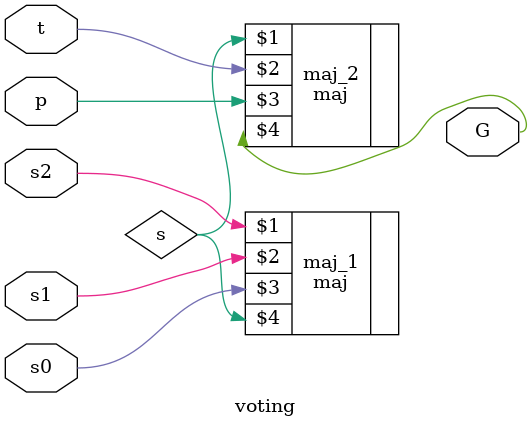
<source format=v>
`timescale 1ns / 1ps

module voting(s2, s1, s0, t, p, G);

	input s2, s1, s0, t, p;
	output G;
	
	wire s;
	
	maj maj_1(s2, s1, s0, s);
	maj maj_2(s, t, p, G);

endmodule

</source>
